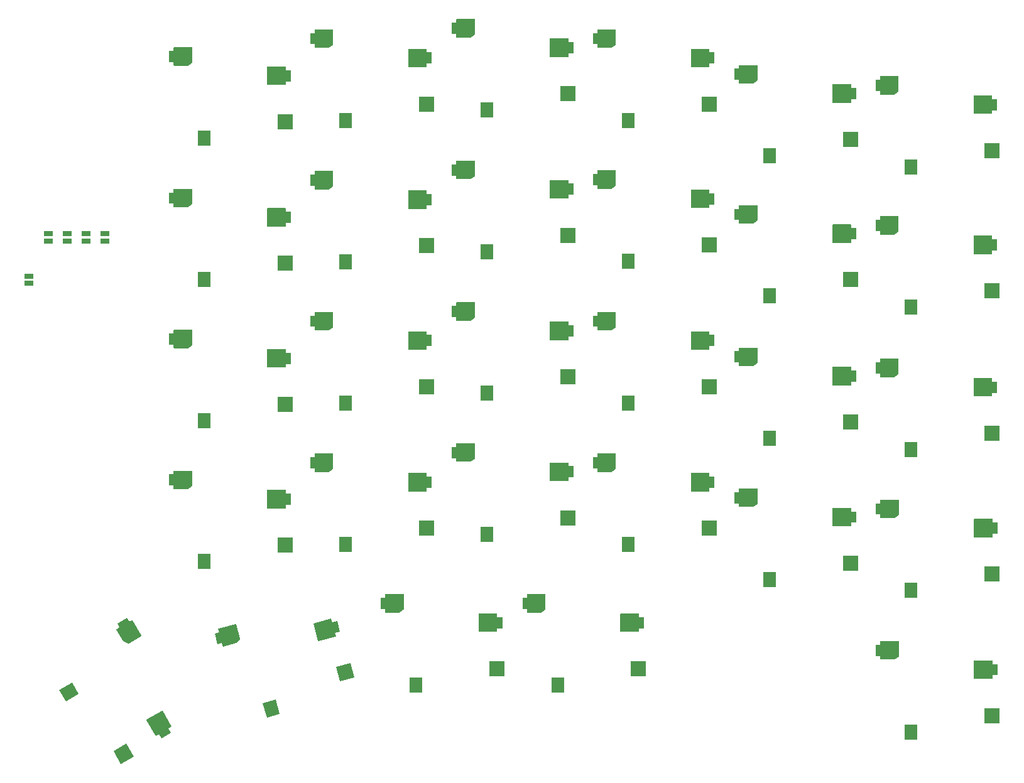
<source format=gtp>
G04 #@! TF.GenerationSoftware,KiCad,Pcbnew,(5.1.12-1-10_14)*
G04 #@! TF.CreationDate,2021-12-17T11:34:48+00:00*
G04 #@! TF.ProjectId,SofleKeyboard,536f666c-654b-4657-9962-6f6172642e6b,rev?*
G04 #@! TF.SameCoordinates,Original*
G04 #@! TF.FileFunction,Paste,Top*
G04 #@! TF.FilePolarity,Positive*
%FSLAX46Y46*%
G04 Gerber Fmt 4.6, Leading zero omitted, Abs format (unit mm)*
G04 Created by KiCad (PCBNEW (5.1.12-1-10_14)) date 2021-12-17 11:34:48*
%MOMM*%
%LPD*%
G01*
G04 APERTURE LIST*
%ADD10C,0.100000*%
%ADD11R,2.000000X2.000000*%
%ADD12R,1.800000X2.000000*%
%ADD13R,1.143000X0.635000*%
G04 APERTURE END LIST*
D10*
G36*
X192209755Y-103150961D02*
G01*
X192219134Y-103153806D01*
X192227779Y-103158427D01*
X192235355Y-103164645D01*
X192241573Y-103172221D01*
X192246194Y-103180866D01*
X192249039Y-103190245D01*
X192250000Y-103200000D01*
X192250000Y-105200000D01*
X192249039Y-105209755D01*
X192246194Y-105219134D01*
X192241573Y-105227779D01*
X192235355Y-105235355D01*
X192227735Y-105241603D01*
X191627735Y-105641603D01*
X191619086Y-105646214D01*
X191609703Y-105649049D01*
X191600000Y-105650000D01*
X189800000Y-105650000D01*
X189790245Y-105649039D01*
X189780866Y-105646194D01*
X189772221Y-105641573D01*
X189764645Y-105635355D01*
X189758427Y-105627779D01*
X189753806Y-105619134D01*
X189750961Y-105609755D01*
X189750000Y-105600000D01*
X189750000Y-105150000D01*
X189150000Y-105150000D01*
X189150000Y-103650000D01*
X189750000Y-103650000D01*
X189750000Y-103200000D01*
X189750961Y-103190245D01*
X189753806Y-103180866D01*
X189758427Y-103172221D01*
X189764645Y-103164645D01*
X189772221Y-103158427D01*
X189780866Y-103153806D01*
X189790245Y-103150961D01*
X189800000Y-103150000D01*
X192200000Y-103150000D01*
X192209755Y-103150961D01*
G37*
G36*
X204809755Y-105750961D02*
G01*
X204819134Y-105753806D01*
X204827779Y-105758427D01*
X204835355Y-105764645D01*
X204841573Y-105772221D01*
X204846194Y-105780866D01*
X204849039Y-105790245D01*
X204850000Y-105800000D01*
X204850000Y-106250000D01*
X205550000Y-106250000D01*
X205550000Y-107750000D01*
X204850000Y-107750000D01*
X204850000Y-108200000D01*
X204849039Y-108209755D01*
X204846194Y-108219134D01*
X204841573Y-108227779D01*
X204835355Y-108235355D01*
X204827779Y-108241573D01*
X204819134Y-108246194D01*
X204809755Y-108249039D01*
X204800000Y-108250000D01*
X202400000Y-108250000D01*
X202390245Y-108249039D01*
X202380866Y-108246194D01*
X202372221Y-108241573D01*
X202364645Y-108235355D01*
X202358427Y-108227779D01*
X202353806Y-108219134D01*
X202350961Y-108209755D01*
X202350000Y-108200000D01*
X202350000Y-105800000D01*
X202350961Y-105790245D01*
X202353806Y-105780866D01*
X202358427Y-105772221D01*
X202364645Y-105764645D01*
X202372221Y-105758427D01*
X202380866Y-105753806D01*
X202390245Y-105750961D01*
X202400000Y-105750000D01*
X204800000Y-105750000D01*
X204809755Y-105750961D01*
G37*
D11*
X204800000Y-113200000D03*
D12*
X193900000Y-115400000D03*
D13*
X94000000Y-74499620D03*
X94000000Y-75500380D03*
X96700000Y-68799620D03*
X96700000Y-69800380D03*
X99200000Y-68799620D03*
X99200000Y-69800380D03*
X101700000Y-68799620D03*
X101700000Y-69800380D03*
X104300000Y-68799620D03*
X104300000Y-69800380D03*
D10*
G36*
X116009755Y-43650961D02*
G01*
X116019134Y-43653806D01*
X116027779Y-43658427D01*
X116035355Y-43664645D01*
X116041573Y-43672221D01*
X116046194Y-43680866D01*
X116049039Y-43690245D01*
X116050000Y-43700000D01*
X116050000Y-45700000D01*
X116049039Y-45709755D01*
X116046194Y-45719134D01*
X116041573Y-45727779D01*
X116035355Y-45735355D01*
X116027735Y-45741603D01*
X115427735Y-46141603D01*
X115419086Y-46146214D01*
X115409703Y-46149049D01*
X115400000Y-46150000D01*
X113600000Y-46150000D01*
X113590245Y-46149039D01*
X113580866Y-46146194D01*
X113572221Y-46141573D01*
X113564645Y-46135355D01*
X113558427Y-46127779D01*
X113553806Y-46119134D01*
X113550961Y-46109755D01*
X113550000Y-46100000D01*
X113550000Y-45650000D01*
X112950000Y-45650000D01*
X112950000Y-44150000D01*
X113550000Y-44150000D01*
X113550000Y-43700000D01*
X113550961Y-43690245D01*
X113553806Y-43680866D01*
X113558427Y-43672221D01*
X113564645Y-43664645D01*
X113572221Y-43658427D01*
X113580866Y-43653806D01*
X113590245Y-43650961D01*
X113600000Y-43650000D01*
X116000000Y-43650000D01*
X116009755Y-43650961D01*
G37*
G36*
X128609755Y-46250961D02*
G01*
X128619134Y-46253806D01*
X128627779Y-46258427D01*
X128635355Y-46264645D01*
X128641573Y-46272221D01*
X128646194Y-46280866D01*
X128649039Y-46290245D01*
X128650000Y-46300000D01*
X128650000Y-46750000D01*
X129350000Y-46750000D01*
X129350000Y-48250000D01*
X128650000Y-48250000D01*
X128650000Y-48700000D01*
X128649039Y-48709755D01*
X128646194Y-48719134D01*
X128641573Y-48727779D01*
X128635355Y-48735355D01*
X128627779Y-48741573D01*
X128619134Y-48746194D01*
X128609755Y-48749039D01*
X128600000Y-48750000D01*
X126200000Y-48750000D01*
X126190245Y-48749039D01*
X126180866Y-48746194D01*
X126172221Y-48741573D01*
X126164645Y-48735355D01*
X126158427Y-48727779D01*
X126153806Y-48719134D01*
X126150961Y-48709755D01*
X126150000Y-48700000D01*
X126150000Y-46300000D01*
X126150961Y-46290245D01*
X126153806Y-46280866D01*
X126158427Y-46272221D01*
X126164645Y-46264645D01*
X126172221Y-46258427D01*
X126180866Y-46253806D01*
X126190245Y-46250961D01*
X126200000Y-46250000D01*
X128600000Y-46250000D01*
X128609755Y-46250961D01*
G37*
D11*
X128600000Y-53700000D03*
D12*
X117700000Y-55900000D03*
D10*
G36*
X135009755Y-41250961D02*
G01*
X135019134Y-41253806D01*
X135027779Y-41258427D01*
X135035355Y-41264645D01*
X135041573Y-41272221D01*
X135046194Y-41280866D01*
X135049039Y-41290245D01*
X135050000Y-41300000D01*
X135050000Y-43300000D01*
X135049039Y-43309755D01*
X135046194Y-43319134D01*
X135041573Y-43327779D01*
X135035355Y-43335355D01*
X135027735Y-43341603D01*
X134427735Y-43741603D01*
X134419086Y-43746214D01*
X134409703Y-43749049D01*
X134400000Y-43750000D01*
X132600000Y-43750000D01*
X132590245Y-43749039D01*
X132580866Y-43746194D01*
X132572221Y-43741573D01*
X132564645Y-43735355D01*
X132558427Y-43727779D01*
X132553806Y-43719134D01*
X132550961Y-43709755D01*
X132550000Y-43700000D01*
X132550000Y-43250000D01*
X131950000Y-43250000D01*
X131950000Y-41750000D01*
X132550000Y-41750000D01*
X132550000Y-41300000D01*
X132550961Y-41290245D01*
X132553806Y-41280866D01*
X132558427Y-41272221D01*
X132564645Y-41264645D01*
X132572221Y-41258427D01*
X132580866Y-41253806D01*
X132590245Y-41250961D01*
X132600000Y-41250000D01*
X135000000Y-41250000D01*
X135009755Y-41250961D01*
G37*
G36*
X147609755Y-43850961D02*
G01*
X147619134Y-43853806D01*
X147627779Y-43858427D01*
X147635355Y-43864645D01*
X147641573Y-43872221D01*
X147646194Y-43880866D01*
X147649039Y-43890245D01*
X147650000Y-43900000D01*
X147650000Y-44350000D01*
X148350000Y-44350000D01*
X148350000Y-45850000D01*
X147650000Y-45850000D01*
X147650000Y-46300000D01*
X147649039Y-46309755D01*
X147646194Y-46319134D01*
X147641573Y-46327779D01*
X147635355Y-46335355D01*
X147627779Y-46341573D01*
X147619134Y-46346194D01*
X147609755Y-46349039D01*
X147600000Y-46350000D01*
X145200000Y-46350000D01*
X145190245Y-46349039D01*
X145180866Y-46346194D01*
X145172221Y-46341573D01*
X145164645Y-46335355D01*
X145158427Y-46327779D01*
X145153806Y-46319134D01*
X145150961Y-46309755D01*
X145150000Y-46300000D01*
X145150000Y-43900000D01*
X145150961Y-43890245D01*
X145153806Y-43880866D01*
X145158427Y-43872221D01*
X145164645Y-43864645D01*
X145172221Y-43858427D01*
X145180866Y-43853806D01*
X145190245Y-43850961D01*
X145200000Y-43850000D01*
X147600000Y-43850000D01*
X147609755Y-43850961D01*
G37*
D11*
X147600000Y-51300000D03*
D12*
X136700000Y-53500000D03*
D10*
G36*
X154109755Y-39860961D02*
G01*
X154119134Y-39863806D01*
X154127779Y-39868427D01*
X154135355Y-39874645D01*
X154141573Y-39882221D01*
X154146194Y-39890866D01*
X154149039Y-39900245D01*
X154150000Y-39910000D01*
X154150000Y-41910000D01*
X154149039Y-41919755D01*
X154146194Y-41929134D01*
X154141573Y-41937779D01*
X154135355Y-41945355D01*
X154127735Y-41951603D01*
X153527735Y-42351603D01*
X153519086Y-42356214D01*
X153509703Y-42359049D01*
X153500000Y-42360000D01*
X151700000Y-42360000D01*
X151690245Y-42359039D01*
X151680866Y-42356194D01*
X151672221Y-42351573D01*
X151664645Y-42345355D01*
X151658427Y-42337779D01*
X151653806Y-42329134D01*
X151650961Y-42319755D01*
X151650000Y-42310000D01*
X151650000Y-41860000D01*
X151050000Y-41860000D01*
X151050000Y-40360000D01*
X151650000Y-40360000D01*
X151650000Y-39910000D01*
X151650961Y-39900245D01*
X151653806Y-39890866D01*
X151658427Y-39882221D01*
X151664645Y-39874645D01*
X151672221Y-39868427D01*
X151680866Y-39863806D01*
X151690245Y-39860961D01*
X151700000Y-39860000D01*
X154100000Y-39860000D01*
X154109755Y-39860961D01*
G37*
G36*
X166709755Y-42460961D02*
G01*
X166719134Y-42463806D01*
X166727779Y-42468427D01*
X166735355Y-42474645D01*
X166741573Y-42482221D01*
X166746194Y-42490866D01*
X166749039Y-42500245D01*
X166750000Y-42510000D01*
X166750000Y-42960000D01*
X167450000Y-42960000D01*
X167450000Y-44460000D01*
X166750000Y-44460000D01*
X166750000Y-44910000D01*
X166749039Y-44919755D01*
X166746194Y-44929134D01*
X166741573Y-44937779D01*
X166735355Y-44945355D01*
X166727779Y-44951573D01*
X166719134Y-44956194D01*
X166709755Y-44959039D01*
X166700000Y-44960000D01*
X164300000Y-44960000D01*
X164290245Y-44959039D01*
X164280866Y-44956194D01*
X164272221Y-44951573D01*
X164264645Y-44945355D01*
X164258427Y-44937779D01*
X164253806Y-44929134D01*
X164250961Y-44919755D01*
X164250000Y-44910000D01*
X164250000Y-42510000D01*
X164250961Y-42500245D01*
X164253806Y-42490866D01*
X164258427Y-42482221D01*
X164264645Y-42474645D01*
X164272221Y-42468427D01*
X164280866Y-42463806D01*
X164290245Y-42460961D01*
X164300000Y-42460000D01*
X166700000Y-42460000D01*
X166709755Y-42460961D01*
G37*
D11*
X166700000Y-49910000D03*
D12*
X155800000Y-52110000D03*
D10*
G36*
X173109755Y-41250961D02*
G01*
X173119134Y-41253806D01*
X173127779Y-41258427D01*
X173135355Y-41264645D01*
X173141573Y-41272221D01*
X173146194Y-41280866D01*
X173149039Y-41290245D01*
X173150000Y-41300000D01*
X173150000Y-43300000D01*
X173149039Y-43309755D01*
X173146194Y-43319134D01*
X173141573Y-43327779D01*
X173135355Y-43335355D01*
X173127735Y-43341603D01*
X172527735Y-43741603D01*
X172519086Y-43746214D01*
X172509703Y-43749049D01*
X172500000Y-43750000D01*
X170700000Y-43750000D01*
X170690245Y-43749039D01*
X170680866Y-43746194D01*
X170672221Y-43741573D01*
X170664645Y-43735355D01*
X170658427Y-43727779D01*
X170653806Y-43719134D01*
X170650961Y-43709755D01*
X170650000Y-43700000D01*
X170650000Y-43250000D01*
X170050000Y-43250000D01*
X170050000Y-41750000D01*
X170650000Y-41750000D01*
X170650000Y-41300000D01*
X170650961Y-41290245D01*
X170653806Y-41280866D01*
X170658427Y-41272221D01*
X170664645Y-41264645D01*
X170672221Y-41258427D01*
X170680866Y-41253806D01*
X170690245Y-41250961D01*
X170700000Y-41250000D01*
X173100000Y-41250000D01*
X173109755Y-41250961D01*
G37*
G36*
X185709755Y-43850961D02*
G01*
X185719134Y-43853806D01*
X185727779Y-43858427D01*
X185735355Y-43864645D01*
X185741573Y-43872221D01*
X185746194Y-43880866D01*
X185749039Y-43890245D01*
X185750000Y-43900000D01*
X185750000Y-44350000D01*
X186450000Y-44350000D01*
X186450000Y-45850000D01*
X185750000Y-45850000D01*
X185750000Y-46300000D01*
X185749039Y-46309755D01*
X185746194Y-46319134D01*
X185741573Y-46327779D01*
X185735355Y-46335355D01*
X185727779Y-46341573D01*
X185719134Y-46346194D01*
X185709755Y-46349039D01*
X185700000Y-46350000D01*
X183300000Y-46350000D01*
X183290245Y-46349039D01*
X183280866Y-46346194D01*
X183272221Y-46341573D01*
X183264645Y-46335355D01*
X183258427Y-46327779D01*
X183253806Y-46319134D01*
X183250961Y-46309755D01*
X183250000Y-46300000D01*
X183250000Y-43900000D01*
X183250961Y-43890245D01*
X183253806Y-43880866D01*
X183258427Y-43872221D01*
X183264645Y-43864645D01*
X183272221Y-43858427D01*
X183280866Y-43853806D01*
X183290245Y-43850961D01*
X183300000Y-43850000D01*
X185700000Y-43850000D01*
X185709755Y-43850961D01*
G37*
D11*
X185700000Y-51300000D03*
D12*
X174800000Y-53500000D03*
D10*
G36*
X192209755Y-46050961D02*
G01*
X192219134Y-46053806D01*
X192227779Y-46058427D01*
X192235355Y-46064645D01*
X192241573Y-46072221D01*
X192246194Y-46080866D01*
X192249039Y-46090245D01*
X192250000Y-46100000D01*
X192250000Y-48100000D01*
X192249039Y-48109755D01*
X192246194Y-48119134D01*
X192241573Y-48127779D01*
X192235355Y-48135355D01*
X192227735Y-48141603D01*
X191627735Y-48541603D01*
X191619086Y-48546214D01*
X191609703Y-48549049D01*
X191600000Y-48550000D01*
X189800000Y-48550000D01*
X189790245Y-48549039D01*
X189780866Y-48546194D01*
X189772221Y-48541573D01*
X189764645Y-48535355D01*
X189758427Y-48527779D01*
X189753806Y-48519134D01*
X189750961Y-48509755D01*
X189750000Y-48500000D01*
X189750000Y-48050000D01*
X189150000Y-48050000D01*
X189150000Y-46550000D01*
X189750000Y-46550000D01*
X189750000Y-46100000D01*
X189750961Y-46090245D01*
X189753806Y-46080866D01*
X189758427Y-46072221D01*
X189764645Y-46064645D01*
X189772221Y-46058427D01*
X189780866Y-46053806D01*
X189790245Y-46050961D01*
X189800000Y-46050000D01*
X192200000Y-46050000D01*
X192209755Y-46050961D01*
G37*
G36*
X204809755Y-48650961D02*
G01*
X204819134Y-48653806D01*
X204827779Y-48658427D01*
X204835355Y-48664645D01*
X204841573Y-48672221D01*
X204846194Y-48680866D01*
X204849039Y-48690245D01*
X204850000Y-48700000D01*
X204850000Y-49150000D01*
X205550000Y-49150000D01*
X205550000Y-50650000D01*
X204850000Y-50650000D01*
X204850000Y-51100000D01*
X204849039Y-51109755D01*
X204846194Y-51119134D01*
X204841573Y-51127779D01*
X204835355Y-51135355D01*
X204827779Y-51141573D01*
X204819134Y-51146194D01*
X204809755Y-51149039D01*
X204800000Y-51150000D01*
X202400000Y-51150000D01*
X202390245Y-51149039D01*
X202380866Y-51146194D01*
X202372221Y-51141573D01*
X202364645Y-51135355D01*
X202358427Y-51127779D01*
X202353806Y-51119134D01*
X202350961Y-51109755D01*
X202350000Y-51100000D01*
X202350000Y-48700000D01*
X202350961Y-48690245D01*
X202353806Y-48680866D01*
X202358427Y-48672221D01*
X202364645Y-48664645D01*
X202372221Y-48658427D01*
X202380866Y-48653806D01*
X202390245Y-48650961D01*
X202400000Y-48650000D01*
X204800000Y-48650000D01*
X204809755Y-48650961D01*
G37*
D11*
X204800000Y-56100000D03*
D12*
X193900000Y-58300000D03*
D10*
G36*
X211209755Y-47550961D02*
G01*
X211219134Y-47553806D01*
X211227779Y-47558427D01*
X211235355Y-47564645D01*
X211241573Y-47572221D01*
X211246194Y-47580866D01*
X211249039Y-47590245D01*
X211250000Y-47600000D01*
X211250000Y-49600000D01*
X211249039Y-49609755D01*
X211246194Y-49619134D01*
X211241573Y-49627779D01*
X211235355Y-49635355D01*
X211227735Y-49641603D01*
X210627735Y-50041603D01*
X210619086Y-50046214D01*
X210609703Y-50049049D01*
X210600000Y-50050000D01*
X208800000Y-50050000D01*
X208790245Y-50049039D01*
X208780866Y-50046194D01*
X208772221Y-50041573D01*
X208764645Y-50035355D01*
X208758427Y-50027779D01*
X208753806Y-50019134D01*
X208750961Y-50009755D01*
X208750000Y-50000000D01*
X208750000Y-49550000D01*
X208150000Y-49550000D01*
X208150000Y-48050000D01*
X208750000Y-48050000D01*
X208750000Y-47600000D01*
X208750961Y-47590245D01*
X208753806Y-47580866D01*
X208758427Y-47572221D01*
X208764645Y-47564645D01*
X208772221Y-47558427D01*
X208780866Y-47553806D01*
X208790245Y-47550961D01*
X208800000Y-47550000D01*
X211200000Y-47550000D01*
X211209755Y-47550961D01*
G37*
G36*
X223809755Y-50150961D02*
G01*
X223819134Y-50153806D01*
X223827779Y-50158427D01*
X223835355Y-50164645D01*
X223841573Y-50172221D01*
X223846194Y-50180866D01*
X223849039Y-50190245D01*
X223850000Y-50200000D01*
X223850000Y-50650000D01*
X224550000Y-50650000D01*
X224550000Y-52150000D01*
X223850000Y-52150000D01*
X223850000Y-52600000D01*
X223849039Y-52609755D01*
X223846194Y-52619134D01*
X223841573Y-52627779D01*
X223835355Y-52635355D01*
X223827779Y-52641573D01*
X223819134Y-52646194D01*
X223809755Y-52649039D01*
X223800000Y-52650000D01*
X221400000Y-52650000D01*
X221390245Y-52649039D01*
X221380866Y-52646194D01*
X221372221Y-52641573D01*
X221364645Y-52635355D01*
X221358427Y-52627779D01*
X221353806Y-52619134D01*
X221350961Y-52609755D01*
X221350000Y-52600000D01*
X221350000Y-50200000D01*
X221350961Y-50190245D01*
X221353806Y-50180866D01*
X221358427Y-50172221D01*
X221364645Y-50164645D01*
X221372221Y-50158427D01*
X221380866Y-50153806D01*
X221390245Y-50150961D01*
X221400000Y-50150000D01*
X223800000Y-50150000D01*
X223809755Y-50150961D01*
G37*
D11*
X223800000Y-57600000D03*
D12*
X212900000Y-59800000D03*
D10*
G36*
X116009755Y-62750961D02*
G01*
X116019134Y-62753806D01*
X116027779Y-62758427D01*
X116035355Y-62764645D01*
X116041573Y-62772221D01*
X116046194Y-62780866D01*
X116049039Y-62790245D01*
X116050000Y-62800000D01*
X116050000Y-64800000D01*
X116049039Y-64809755D01*
X116046194Y-64819134D01*
X116041573Y-64827779D01*
X116035355Y-64835355D01*
X116027735Y-64841603D01*
X115427735Y-65241603D01*
X115419086Y-65246214D01*
X115409703Y-65249049D01*
X115400000Y-65250000D01*
X113600000Y-65250000D01*
X113590245Y-65249039D01*
X113580866Y-65246194D01*
X113572221Y-65241573D01*
X113564645Y-65235355D01*
X113558427Y-65227779D01*
X113553806Y-65219134D01*
X113550961Y-65209755D01*
X113550000Y-65200000D01*
X113550000Y-64750000D01*
X112950000Y-64750000D01*
X112950000Y-63250000D01*
X113550000Y-63250000D01*
X113550000Y-62800000D01*
X113550961Y-62790245D01*
X113553806Y-62780866D01*
X113558427Y-62772221D01*
X113564645Y-62764645D01*
X113572221Y-62758427D01*
X113580866Y-62753806D01*
X113590245Y-62750961D01*
X113600000Y-62750000D01*
X116000000Y-62750000D01*
X116009755Y-62750961D01*
G37*
G36*
X128609755Y-65350961D02*
G01*
X128619134Y-65353806D01*
X128627779Y-65358427D01*
X128635355Y-65364645D01*
X128641573Y-65372221D01*
X128646194Y-65380866D01*
X128649039Y-65390245D01*
X128650000Y-65400000D01*
X128650000Y-65850000D01*
X129350000Y-65850000D01*
X129350000Y-67350000D01*
X128650000Y-67350000D01*
X128650000Y-67800000D01*
X128649039Y-67809755D01*
X128646194Y-67819134D01*
X128641573Y-67827779D01*
X128635355Y-67835355D01*
X128627779Y-67841573D01*
X128619134Y-67846194D01*
X128609755Y-67849039D01*
X128600000Y-67850000D01*
X126200000Y-67850000D01*
X126190245Y-67849039D01*
X126180866Y-67846194D01*
X126172221Y-67841573D01*
X126164645Y-67835355D01*
X126158427Y-67827779D01*
X126153806Y-67819134D01*
X126150961Y-67809755D01*
X126150000Y-67800000D01*
X126150000Y-65400000D01*
X126150961Y-65390245D01*
X126153806Y-65380866D01*
X126158427Y-65372221D01*
X126164645Y-65364645D01*
X126172221Y-65358427D01*
X126180866Y-65353806D01*
X126190245Y-65350961D01*
X126200000Y-65350000D01*
X128600000Y-65350000D01*
X128609755Y-65350961D01*
G37*
D11*
X128600000Y-72800000D03*
D12*
X117700000Y-75000000D03*
D10*
G36*
X135009755Y-60350961D02*
G01*
X135019134Y-60353806D01*
X135027779Y-60358427D01*
X135035355Y-60364645D01*
X135041573Y-60372221D01*
X135046194Y-60380866D01*
X135049039Y-60390245D01*
X135050000Y-60400000D01*
X135050000Y-62400000D01*
X135049039Y-62409755D01*
X135046194Y-62419134D01*
X135041573Y-62427779D01*
X135035355Y-62435355D01*
X135027735Y-62441603D01*
X134427735Y-62841603D01*
X134419086Y-62846214D01*
X134409703Y-62849049D01*
X134400000Y-62850000D01*
X132600000Y-62850000D01*
X132590245Y-62849039D01*
X132580866Y-62846194D01*
X132572221Y-62841573D01*
X132564645Y-62835355D01*
X132558427Y-62827779D01*
X132553806Y-62819134D01*
X132550961Y-62809755D01*
X132550000Y-62800000D01*
X132550000Y-62350000D01*
X131950000Y-62350000D01*
X131950000Y-60850000D01*
X132550000Y-60850000D01*
X132550000Y-60400000D01*
X132550961Y-60390245D01*
X132553806Y-60380866D01*
X132558427Y-60372221D01*
X132564645Y-60364645D01*
X132572221Y-60358427D01*
X132580866Y-60353806D01*
X132590245Y-60350961D01*
X132600000Y-60350000D01*
X135000000Y-60350000D01*
X135009755Y-60350961D01*
G37*
G36*
X147609755Y-62950961D02*
G01*
X147619134Y-62953806D01*
X147627779Y-62958427D01*
X147635355Y-62964645D01*
X147641573Y-62972221D01*
X147646194Y-62980866D01*
X147649039Y-62990245D01*
X147650000Y-63000000D01*
X147650000Y-63450000D01*
X148350000Y-63450000D01*
X148350000Y-64950000D01*
X147650000Y-64950000D01*
X147650000Y-65400000D01*
X147649039Y-65409755D01*
X147646194Y-65419134D01*
X147641573Y-65427779D01*
X147635355Y-65435355D01*
X147627779Y-65441573D01*
X147619134Y-65446194D01*
X147609755Y-65449039D01*
X147600000Y-65450000D01*
X145200000Y-65450000D01*
X145190245Y-65449039D01*
X145180866Y-65446194D01*
X145172221Y-65441573D01*
X145164645Y-65435355D01*
X145158427Y-65427779D01*
X145153806Y-65419134D01*
X145150961Y-65409755D01*
X145150000Y-65400000D01*
X145150000Y-63000000D01*
X145150961Y-62990245D01*
X145153806Y-62980866D01*
X145158427Y-62972221D01*
X145164645Y-62964645D01*
X145172221Y-62958427D01*
X145180866Y-62953806D01*
X145190245Y-62950961D01*
X145200000Y-62950000D01*
X147600000Y-62950000D01*
X147609755Y-62950961D01*
G37*
D11*
X147600000Y-70400000D03*
D12*
X136700000Y-72600000D03*
D10*
G36*
X154109755Y-58950961D02*
G01*
X154119134Y-58953806D01*
X154127779Y-58958427D01*
X154135355Y-58964645D01*
X154141573Y-58972221D01*
X154146194Y-58980866D01*
X154149039Y-58990245D01*
X154150000Y-59000000D01*
X154150000Y-61000000D01*
X154149039Y-61009755D01*
X154146194Y-61019134D01*
X154141573Y-61027779D01*
X154135355Y-61035355D01*
X154127735Y-61041603D01*
X153527735Y-61441603D01*
X153519086Y-61446214D01*
X153509703Y-61449049D01*
X153500000Y-61450000D01*
X151700000Y-61450000D01*
X151690245Y-61449039D01*
X151680866Y-61446194D01*
X151672221Y-61441573D01*
X151664645Y-61435355D01*
X151658427Y-61427779D01*
X151653806Y-61419134D01*
X151650961Y-61409755D01*
X151650000Y-61400000D01*
X151650000Y-60950000D01*
X151050000Y-60950000D01*
X151050000Y-59450000D01*
X151650000Y-59450000D01*
X151650000Y-59000000D01*
X151650961Y-58990245D01*
X151653806Y-58980866D01*
X151658427Y-58972221D01*
X151664645Y-58964645D01*
X151672221Y-58958427D01*
X151680866Y-58953806D01*
X151690245Y-58950961D01*
X151700000Y-58950000D01*
X154100000Y-58950000D01*
X154109755Y-58950961D01*
G37*
G36*
X166709755Y-61550961D02*
G01*
X166719134Y-61553806D01*
X166727779Y-61558427D01*
X166735355Y-61564645D01*
X166741573Y-61572221D01*
X166746194Y-61580866D01*
X166749039Y-61590245D01*
X166750000Y-61600000D01*
X166750000Y-62050000D01*
X167450000Y-62050000D01*
X167450000Y-63550000D01*
X166750000Y-63550000D01*
X166750000Y-64000000D01*
X166749039Y-64009755D01*
X166746194Y-64019134D01*
X166741573Y-64027779D01*
X166735355Y-64035355D01*
X166727779Y-64041573D01*
X166719134Y-64046194D01*
X166709755Y-64049039D01*
X166700000Y-64050000D01*
X164300000Y-64050000D01*
X164290245Y-64049039D01*
X164280866Y-64046194D01*
X164272221Y-64041573D01*
X164264645Y-64035355D01*
X164258427Y-64027779D01*
X164253806Y-64019134D01*
X164250961Y-64009755D01*
X164250000Y-64000000D01*
X164250000Y-61600000D01*
X164250961Y-61590245D01*
X164253806Y-61580866D01*
X164258427Y-61572221D01*
X164264645Y-61564645D01*
X164272221Y-61558427D01*
X164280866Y-61553806D01*
X164290245Y-61550961D01*
X164300000Y-61550000D01*
X166700000Y-61550000D01*
X166709755Y-61550961D01*
G37*
D11*
X166700000Y-69000000D03*
D12*
X155800000Y-71200000D03*
D10*
G36*
X173109755Y-60250961D02*
G01*
X173119134Y-60253806D01*
X173127779Y-60258427D01*
X173135355Y-60264645D01*
X173141573Y-60272221D01*
X173146194Y-60280866D01*
X173149039Y-60290245D01*
X173150000Y-60300000D01*
X173150000Y-62300000D01*
X173149039Y-62309755D01*
X173146194Y-62319134D01*
X173141573Y-62327779D01*
X173135355Y-62335355D01*
X173127735Y-62341603D01*
X172527735Y-62741603D01*
X172519086Y-62746214D01*
X172509703Y-62749049D01*
X172500000Y-62750000D01*
X170700000Y-62750000D01*
X170690245Y-62749039D01*
X170680866Y-62746194D01*
X170672221Y-62741573D01*
X170664645Y-62735355D01*
X170658427Y-62727779D01*
X170653806Y-62719134D01*
X170650961Y-62709755D01*
X170650000Y-62700000D01*
X170650000Y-62250000D01*
X170050000Y-62250000D01*
X170050000Y-60750000D01*
X170650000Y-60750000D01*
X170650000Y-60300000D01*
X170650961Y-60290245D01*
X170653806Y-60280866D01*
X170658427Y-60272221D01*
X170664645Y-60264645D01*
X170672221Y-60258427D01*
X170680866Y-60253806D01*
X170690245Y-60250961D01*
X170700000Y-60250000D01*
X173100000Y-60250000D01*
X173109755Y-60250961D01*
G37*
G36*
X185709755Y-62850961D02*
G01*
X185719134Y-62853806D01*
X185727779Y-62858427D01*
X185735355Y-62864645D01*
X185741573Y-62872221D01*
X185746194Y-62880866D01*
X185749039Y-62890245D01*
X185750000Y-62900000D01*
X185750000Y-63350000D01*
X186450000Y-63350000D01*
X186450000Y-64850000D01*
X185750000Y-64850000D01*
X185750000Y-65300000D01*
X185749039Y-65309755D01*
X185746194Y-65319134D01*
X185741573Y-65327779D01*
X185735355Y-65335355D01*
X185727779Y-65341573D01*
X185719134Y-65346194D01*
X185709755Y-65349039D01*
X185700000Y-65350000D01*
X183300000Y-65350000D01*
X183290245Y-65349039D01*
X183280866Y-65346194D01*
X183272221Y-65341573D01*
X183264645Y-65335355D01*
X183258427Y-65327779D01*
X183253806Y-65319134D01*
X183250961Y-65309755D01*
X183250000Y-65300000D01*
X183250000Y-62900000D01*
X183250961Y-62890245D01*
X183253806Y-62880866D01*
X183258427Y-62872221D01*
X183264645Y-62864645D01*
X183272221Y-62858427D01*
X183280866Y-62853806D01*
X183290245Y-62850961D01*
X183300000Y-62850000D01*
X185700000Y-62850000D01*
X185709755Y-62850961D01*
G37*
D11*
X185700000Y-70300000D03*
D12*
X174800000Y-72500000D03*
D10*
G36*
X192209755Y-64950961D02*
G01*
X192219134Y-64953806D01*
X192227779Y-64958427D01*
X192235355Y-64964645D01*
X192241573Y-64972221D01*
X192246194Y-64980866D01*
X192249039Y-64990245D01*
X192250000Y-65000000D01*
X192250000Y-67000000D01*
X192249039Y-67009755D01*
X192246194Y-67019134D01*
X192241573Y-67027779D01*
X192235355Y-67035355D01*
X192227735Y-67041603D01*
X191627735Y-67441603D01*
X191619086Y-67446214D01*
X191609703Y-67449049D01*
X191600000Y-67450000D01*
X189800000Y-67450000D01*
X189790245Y-67449039D01*
X189780866Y-67446194D01*
X189772221Y-67441573D01*
X189764645Y-67435355D01*
X189758427Y-67427779D01*
X189753806Y-67419134D01*
X189750961Y-67409755D01*
X189750000Y-67400000D01*
X189750000Y-66950000D01*
X189150000Y-66950000D01*
X189150000Y-65450000D01*
X189750000Y-65450000D01*
X189750000Y-65000000D01*
X189750961Y-64990245D01*
X189753806Y-64980866D01*
X189758427Y-64972221D01*
X189764645Y-64964645D01*
X189772221Y-64958427D01*
X189780866Y-64953806D01*
X189790245Y-64950961D01*
X189800000Y-64950000D01*
X192200000Y-64950000D01*
X192209755Y-64950961D01*
G37*
G36*
X204809755Y-67550961D02*
G01*
X204819134Y-67553806D01*
X204827779Y-67558427D01*
X204835355Y-67564645D01*
X204841573Y-67572221D01*
X204846194Y-67580866D01*
X204849039Y-67590245D01*
X204850000Y-67600000D01*
X204850000Y-68050000D01*
X205550000Y-68050000D01*
X205550000Y-69550000D01*
X204850000Y-69550000D01*
X204850000Y-70000000D01*
X204849039Y-70009755D01*
X204846194Y-70019134D01*
X204841573Y-70027779D01*
X204835355Y-70035355D01*
X204827779Y-70041573D01*
X204819134Y-70046194D01*
X204809755Y-70049039D01*
X204800000Y-70050000D01*
X202400000Y-70050000D01*
X202390245Y-70049039D01*
X202380866Y-70046194D01*
X202372221Y-70041573D01*
X202364645Y-70035355D01*
X202358427Y-70027779D01*
X202353806Y-70019134D01*
X202350961Y-70009755D01*
X202350000Y-70000000D01*
X202350000Y-67600000D01*
X202350961Y-67590245D01*
X202353806Y-67580866D01*
X202358427Y-67572221D01*
X202364645Y-67564645D01*
X202372221Y-67558427D01*
X202380866Y-67553806D01*
X202390245Y-67550961D01*
X202400000Y-67550000D01*
X204800000Y-67550000D01*
X204809755Y-67550961D01*
G37*
D11*
X204800000Y-75000000D03*
D12*
X193900000Y-77200000D03*
D10*
G36*
X211209755Y-66450961D02*
G01*
X211219134Y-66453806D01*
X211227779Y-66458427D01*
X211235355Y-66464645D01*
X211241573Y-66472221D01*
X211246194Y-66480866D01*
X211249039Y-66490245D01*
X211250000Y-66500000D01*
X211250000Y-68500000D01*
X211249039Y-68509755D01*
X211246194Y-68519134D01*
X211241573Y-68527779D01*
X211235355Y-68535355D01*
X211227735Y-68541603D01*
X210627735Y-68941603D01*
X210619086Y-68946214D01*
X210609703Y-68949049D01*
X210600000Y-68950000D01*
X208800000Y-68950000D01*
X208790245Y-68949039D01*
X208780866Y-68946194D01*
X208772221Y-68941573D01*
X208764645Y-68935355D01*
X208758427Y-68927779D01*
X208753806Y-68919134D01*
X208750961Y-68909755D01*
X208750000Y-68900000D01*
X208750000Y-68450000D01*
X208150000Y-68450000D01*
X208150000Y-66950000D01*
X208750000Y-66950000D01*
X208750000Y-66500000D01*
X208750961Y-66490245D01*
X208753806Y-66480866D01*
X208758427Y-66472221D01*
X208764645Y-66464645D01*
X208772221Y-66458427D01*
X208780866Y-66453806D01*
X208790245Y-66450961D01*
X208800000Y-66450000D01*
X211200000Y-66450000D01*
X211209755Y-66450961D01*
G37*
G36*
X223809755Y-69050961D02*
G01*
X223819134Y-69053806D01*
X223827779Y-69058427D01*
X223835355Y-69064645D01*
X223841573Y-69072221D01*
X223846194Y-69080866D01*
X223849039Y-69090245D01*
X223850000Y-69100000D01*
X223850000Y-69550000D01*
X224550000Y-69550000D01*
X224550000Y-71050000D01*
X223850000Y-71050000D01*
X223850000Y-71500000D01*
X223849039Y-71509755D01*
X223846194Y-71519134D01*
X223841573Y-71527779D01*
X223835355Y-71535355D01*
X223827779Y-71541573D01*
X223819134Y-71546194D01*
X223809755Y-71549039D01*
X223800000Y-71550000D01*
X221400000Y-71550000D01*
X221390245Y-71549039D01*
X221380866Y-71546194D01*
X221372221Y-71541573D01*
X221364645Y-71535355D01*
X221358427Y-71527779D01*
X221353806Y-71519134D01*
X221350961Y-71509755D01*
X221350000Y-71500000D01*
X221350000Y-69100000D01*
X221350961Y-69090245D01*
X221353806Y-69080866D01*
X221358427Y-69072221D01*
X221364645Y-69064645D01*
X221372221Y-69058427D01*
X221380866Y-69053806D01*
X221390245Y-69050961D01*
X221400000Y-69050000D01*
X223800000Y-69050000D01*
X223809755Y-69050961D01*
G37*
D11*
X223800000Y-76500000D03*
D12*
X212900000Y-78700000D03*
D10*
G36*
X116009755Y-81750961D02*
G01*
X116019134Y-81753806D01*
X116027779Y-81758427D01*
X116035355Y-81764645D01*
X116041573Y-81772221D01*
X116046194Y-81780866D01*
X116049039Y-81790245D01*
X116050000Y-81800000D01*
X116050000Y-83800000D01*
X116049039Y-83809755D01*
X116046194Y-83819134D01*
X116041573Y-83827779D01*
X116035355Y-83835355D01*
X116027735Y-83841603D01*
X115427735Y-84241603D01*
X115419086Y-84246214D01*
X115409703Y-84249049D01*
X115400000Y-84250000D01*
X113600000Y-84250000D01*
X113590245Y-84249039D01*
X113580866Y-84246194D01*
X113572221Y-84241573D01*
X113564645Y-84235355D01*
X113558427Y-84227779D01*
X113553806Y-84219134D01*
X113550961Y-84209755D01*
X113550000Y-84200000D01*
X113550000Y-83750000D01*
X112950000Y-83750000D01*
X112950000Y-82250000D01*
X113550000Y-82250000D01*
X113550000Y-81800000D01*
X113550961Y-81790245D01*
X113553806Y-81780866D01*
X113558427Y-81772221D01*
X113564645Y-81764645D01*
X113572221Y-81758427D01*
X113580866Y-81753806D01*
X113590245Y-81750961D01*
X113600000Y-81750000D01*
X116000000Y-81750000D01*
X116009755Y-81750961D01*
G37*
G36*
X128609755Y-84350961D02*
G01*
X128619134Y-84353806D01*
X128627779Y-84358427D01*
X128635355Y-84364645D01*
X128641573Y-84372221D01*
X128646194Y-84380866D01*
X128649039Y-84390245D01*
X128650000Y-84400000D01*
X128650000Y-84850000D01*
X129350000Y-84850000D01*
X129350000Y-86350000D01*
X128650000Y-86350000D01*
X128650000Y-86800000D01*
X128649039Y-86809755D01*
X128646194Y-86819134D01*
X128641573Y-86827779D01*
X128635355Y-86835355D01*
X128627779Y-86841573D01*
X128619134Y-86846194D01*
X128609755Y-86849039D01*
X128600000Y-86850000D01*
X126200000Y-86850000D01*
X126190245Y-86849039D01*
X126180866Y-86846194D01*
X126172221Y-86841573D01*
X126164645Y-86835355D01*
X126158427Y-86827779D01*
X126153806Y-86819134D01*
X126150961Y-86809755D01*
X126150000Y-86800000D01*
X126150000Y-84400000D01*
X126150961Y-84390245D01*
X126153806Y-84380866D01*
X126158427Y-84372221D01*
X126164645Y-84364645D01*
X126172221Y-84358427D01*
X126180866Y-84353806D01*
X126190245Y-84350961D01*
X126200000Y-84350000D01*
X128600000Y-84350000D01*
X128609755Y-84350961D01*
G37*
D11*
X128600000Y-91800000D03*
D12*
X117700000Y-94000000D03*
D10*
G36*
X135009755Y-79350961D02*
G01*
X135019134Y-79353806D01*
X135027779Y-79358427D01*
X135035355Y-79364645D01*
X135041573Y-79372221D01*
X135046194Y-79380866D01*
X135049039Y-79390245D01*
X135050000Y-79400000D01*
X135050000Y-81400000D01*
X135049039Y-81409755D01*
X135046194Y-81419134D01*
X135041573Y-81427779D01*
X135035355Y-81435355D01*
X135027735Y-81441603D01*
X134427735Y-81841603D01*
X134419086Y-81846214D01*
X134409703Y-81849049D01*
X134400000Y-81850000D01*
X132600000Y-81850000D01*
X132590245Y-81849039D01*
X132580866Y-81846194D01*
X132572221Y-81841573D01*
X132564645Y-81835355D01*
X132558427Y-81827779D01*
X132553806Y-81819134D01*
X132550961Y-81809755D01*
X132550000Y-81800000D01*
X132550000Y-81350000D01*
X131950000Y-81350000D01*
X131950000Y-79850000D01*
X132550000Y-79850000D01*
X132550000Y-79400000D01*
X132550961Y-79390245D01*
X132553806Y-79380866D01*
X132558427Y-79372221D01*
X132564645Y-79364645D01*
X132572221Y-79358427D01*
X132580866Y-79353806D01*
X132590245Y-79350961D01*
X132600000Y-79350000D01*
X135000000Y-79350000D01*
X135009755Y-79350961D01*
G37*
G36*
X147609755Y-81950961D02*
G01*
X147619134Y-81953806D01*
X147627779Y-81958427D01*
X147635355Y-81964645D01*
X147641573Y-81972221D01*
X147646194Y-81980866D01*
X147649039Y-81990245D01*
X147650000Y-82000000D01*
X147650000Y-82450000D01*
X148350000Y-82450000D01*
X148350000Y-83950000D01*
X147650000Y-83950000D01*
X147650000Y-84400000D01*
X147649039Y-84409755D01*
X147646194Y-84419134D01*
X147641573Y-84427779D01*
X147635355Y-84435355D01*
X147627779Y-84441573D01*
X147619134Y-84446194D01*
X147609755Y-84449039D01*
X147600000Y-84450000D01*
X145200000Y-84450000D01*
X145190245Y-84449039D01*
X145180866Y-84446194D01*
X145172221Y-84441573D01*
X145164645Y-84435355D01*
X145158427Y-84427779D01*
X145153806Y-84419134D01*
X145150961Y-84409755D01*
X145150000Y-84400000D01*
X145150000Y-82000000D01*
X145150961Y-81990245D01*
X145153806Y-81980866D01*
X145158427Y-81972221D01*
X145164645Y-81964645D01*
X145172221Y-81958427D01*
X145180866Y-81953806D01*
X145190245Y-81950961D01*
X145200000Y-81950000D01*
X147600000Y-81950000D01*
X147609755Y-81950961D01*
G37*
D11*
X147600000Y-89400000D03*
D12*
X136700000Y-91600000D03*
D10*
G36*
X154109755Y-78050961D02*
G01*
X154119134Y-78053806D01*
X154127779Y-78058427D01*
X154135355Y-78064645D01*
X154141573Y-78072221D01*
X154146194Y-78080866D01*
X154149039Y-78090245D01*
X154150000Y-78100000D01*
X154150000Y-80100000D01*
X154149039Y-80109755D01*
X154146194Y-80119134D01*
X154141573Y-80127779D01*
X154135355Y-80135355D01*
X154127735Y-80141603D01*
X153527735Y-80541603D01*
X153519086Y-80546214D01*
X153509703Y-80549049D01*
X153500000Y-80550000D01*
X151700000Y-80550000D01*
X151690245Y-80549039D01*
X151680866Y-80546194D01*
X151672221Y-80541573D01*
X151664645Y-80535355D01*
X151658427Y-80527779D01*
X151653806Y-80519134D01*
X151650961Y-80509755D01*
X151650000Y-80500000D01*
X151650000Y-80050000D01*
X151050000Y-80050000D01*
X151050000Y-78550000D01*
X151650000Y-78550000D01*
X151650000Y-78100000D01*
X151650961Y-78090245D01*
X151653806Y-78080866D01*
X151658427Y-78072221D01*
X151664645Y-78064645D01*
X151672221Y-78058427D01*
X151680866Y-78053806D01*
X151690245Y-78050961D01*
X151700000Y-78050000D01*
X154100000Y-78050000D01*
X154109755Y-78050961D01*
G37*
G36*
X166709755Y-80650961D02*
G01*
X166719134Y-80653806D01*
X166727779Y-80658427D01*
X166735355Y-80664645D01*
X166741573Y-80672221D01*
X166746194Y-80680866D01*
X166749039Y-80690245D01*
X166750000Y-80700000D01*
X166750000Y-81150000D01*
X167450000Y-81150000D01*
X167450000Y-82650000D01*
X166750000Y-82650000D01*
X166750000Y-83100000D01*
X166749039Y-83109755D01*
X166746194Y-83119134D01*
X166741573Y-83127779D01*
X166735355Y-83135355D01*
X166727779Y-83141573D01*
X166719134Y-83146194D01*
X166709755Y-83149039D01*
X166700000Y-83150000D01*
X164300000Y-83150000D01*
X164290245Y-83149039D01*
X164280866Y-83146194D01*
X164272221Y-83141573D01*
X164264645Y-83135355D01*
X164258427Y-83127779D01*
X164253806Y-83119134D01*
X164250961Y-83109755D01*
X164250000Y-83100000D01*
X164250000Y-80700000D01*
X164250961Y-80690245D01*
X164253806Y-80680866D01*
X164258427Y-80672221D01*
X164264645Y-80664645D01*
X164272221Y-80658427D01*
X164280866Y-80653806D01*
X164290245Y-80650961D01*
X164300000Y-80650000D01*
X166700000Y-80650000D01*
X166709755Y-80650961D01*
G37*
D11*
X166700000Y-88100000D03*
D12*
X155800000Y-90300000D03*
D10*
G36*
X173109755Y-79350961D02*
G01*
X173119134Y-79353806D01*
X173127779Y-79358427D01*
X173135355Y-79364645D01*
X173141573Y-79372221D01*
X173146194Y-79380866D01*
X173149039Y-79390245D01*
X173150000Y-79400000D01*
X173150000Y-81400000D01*
X173149039Y-81409755D01*
X173146194Y-81419134D01*
X173141573Y-81427779D01*
X173135355Y-81435355D01*
X173127735Y-81441603D01*
X172527735Y-81841603D01*
X172519086Y-81846214D01*
X172509703Y-81849049D01*
X172500000Y-81850000D01*
X170700000Y-81850000D01*
X170690245Y-81849039D01*
X170680866Y-81846194D01*
X170672221Y-81841573D01*
X170664645Y-81835355D01*
X170658427Y-81827779D01*
X170653806Y-81819134D01*
X170650961Y-81809755D01*
X170650000Y-81800000D01*
X170650000Y-81350000D01*
X170050000Y-81350000D01*
X170050000Y-79850000D01*
X170650000Y-79850000D01*
X170650000Y-79400000D01*
X170650961Y-79390245D01*
X170653806Y-79380866D01*
X170658427Y-79372221D01*
X170664645Y-79364645D01*
X170672221Y-79358427D01*
X170680866Y-79353806D01*
X170690245Y-79350961D01*
X170700000Y-79350000D01*
X173100000Y-79350000D01*
X173109755Y-79350961D01*
G37*
G36*
X185709755Y-81950961D02*
G01*
X185719134Y-81953806D01*
X185727779Y-81958427D01*
X185735355Y-81964645D01*
X185741573Y-81972221D01*
X185746194Y-81980866D01*
X185749039Y-81990245D01*
X185750000Y-82000000D01*
X185750000Y-82450000D01*
X186450000Y-82450000D01*
X186450000Y-83950000D01*
X185750000Y-83950000D01*
X185750000Y-84400000D01*
X185749039Y-84409755D01*
X185746194Y-84419134D01*
X185741573Y-84427779D01*
X185735355Y-84435355D01*
X185727779Y-84441573D01*
X185719134Y-84446194D01*
X185709755Y-84449039D01*
X185700000Y-84450000D01*
X183300000Y-84450000D01*
X183290245Y-84449039D01*
X183280866Y-84446194D01*
X183272221Y-84441573D01*
X183264645Y-84435355D01*
X183258427Y-84427779D01*
X183253806Y-84419134D01*
X183250961Y-84409755D01*
X183250000Y-84400000D01*
X183250000Y-82000000D01*
X183250961Y-81990245D01*
X183253806Y-81980866D01*
X183258427Y-81972221D01*
X183264645Y-81964645D01*
X183272221Y-81958427D01*
X183280866Y-81953806D01*
X183290245Y-81950961D01*
X183300000Y-81950000D01*
X185700000Y-81950000D01*
X185709755Y-81950961D01*
G37*
D11*
X185700000Y-89400000D03*
D12*
X174800000Y-91600000D03*
D10*
G36*
X192209755Y-84150961D02*
G01*
X192219134Y-84153806D01*
X192227779Y-84158427D01*
X192235355Y-84164645D01*
X192241573Y-84172221D01*
X192246194Y-84180866D01*
X192249039Y-84190245D01*
X192250000Y-84200000D01*
X192250000Y-86200000D01*
X192249039Y-86209755D01*
X192246194Y-86219134D01*
X192241573Y-86227779D01*
X192235355Y-86235355D01*
X192227735Y-86241603D01*
X191627735Y-86641603D01*
X191619086Y-86646214D01*
X191609703Y-86649049D01*
X191600000Y-86650000D01*
X189800000Y-86650000D01*
X189790245Y-86649039D01*
X189780866Y-86646194D01*
X189772221Y-86641573D01*
X189764645Y-86635355D01*
X189758427Y-86627779D01*
X189753806Y-86619134D01*
X189750961Y-86609755D01*
X189750000Y-86600000D01*
X189750000Y-86150000D01*
X189150000Y-86150000D01*
X189150000Y-84650000D01*
X189750000Y-84650000D01*
X189750000Y-84200000D01*
X189750961Y-84190245D01*
X189753806Y-84180866D01*
X189758427Y-84172221D01*
X189764645Y-84164645D01*
X189772221Y-84158427D01*
X189780866Y-84153806D01*
X189790245Y-84150961D01*
X189800000Y-84150000D01*
X192200000Y-84150000D01*
X192209755Y-84150961D01*
G37*
G36*
X204809755Y-86750961D02*
G01*
X204819134Y-86753806D01*
X204827779Y-86758427D01*
X204835355Y-86764645D01*
X204841573Y-86772221D01*
X204846194Y-86780866D01*
X204849039Y-86790245D01*
X204850000Y-86800000D01*
X204850000Y-87250000D01*
X205550000Y-87250000D01*
X205550000Y-88750000D01*
X204850000Y-88750000D01*
X204850000Y-89200000D01*
X204849039Y-89209755D01*
X204846194Y-89219134D01*
X204841573Y-89227779D01*
X204835355Y-89235355D01*
X204827779Y-89241573D01*
X204819134Y-89246194D01*
X204809755Y-89249039D01*
X204800000Y-89250000D01*
X202400000Y-89250000D01*
X202390245Y-89249039D01*
X202380866Y-89246194D01*
X202372221Y-89241573D01*
X202364645Y-89235355D01*
X202358427Y-89227779D01*
X202353806Y-89219134D01*
X202350961Y-89209755D01*
X202350000Y-89200000D01*
X202350000Y-86800000D01*
X202350961Y-86790245D01*
X202353806Y-86780866D01*
X202358427Y-86772221D01*
X202364645Y-86764645D01*
X202372221Y-86758427D01*
X202380866Y-86753806D01*
X202390245Y-86750961D01*
X202400000Y-86750000D01*
X204800000Y-86750000D01*
X204809755Y-86750961D01*
G37*
D11*
X204800000Y-94200000D03*
D12*
X193900000Y-96400000D03*
D10*
G36*
X211209755Y-85650961D02*
G01*
X211219134Y-85653806D01*
X211227779Y-85658427D01*
X211235355Y-85664645D01*
X211241573Y-85672221D01*
X211246194Y-85680866D01*
X211249039Y-85690245D01*
X211250000Y-85700000D01*
X211250000Y-87700000D01*
X211249039Y-87709755D01*
X211246194Y-87719134D01*
X211241573Y-87727779D01*
X211235355Y-87735355D01*
X211227735Y-87741603D01*
X210627735Y-88141603D01*
X210619086Y-88146214D01*
X210609703Y-88149049D01*
X210600000Y-88150000D01*
X208800000Y-88150000D01*
X208790245Y-88149039D01*
X208780866Y-88146194D01*
X208772221Y-88141573D01*
X208764645Y-88135355D01*
X208758427Y-88127779D01*
X208753806Y-88119134D01*
X208750961Y-88109755D01*
X208750000Y-88100000D01*
X208750000Y-87650000D01*
X208150000Y-87650000D01*
X208150000Y-86150000D01*
X208750000Y-86150000D01*
X208750000Y-85700000D01*
X208750961Y-85690245D01*
X208753806Y-85680866D01*
X208758427Y-85672221D01*
X208764645Y-85664645D01*
X208772221Y-85658427D01*
X208780866Y-85653806D01*
X208790245Y-85650961D01*
X208800000Y-85650000D01*
X211200000Y-85650000D01*
X211209755Y-85650961D01*
G37*
G36*
X223809755Y-88250961D02*
G01*
X223819134Y-88253806D01*
X223827779Y-88258427D01*
X223835355Y-88264645D01*
X223841573Y-88272221D01*
X223846194Y-88280866D01*
X223849039Y-88290245D01*
X223850000Y-88300000D01*
X223850000Y-88750000D01*
X224550000Y-88750000D01*
X224550000Y-90250000D01*
X223850000Y-90250000D01*
X223850000Y-90700000D01*
X223849039Y-90709755D01*
X223846194Y-90719134D01*
X223841573Y-90727779D01*
X223835355Y-90735355D01*
X223827779Y-90741573D01*
X223819134Y-90746194D01*
X223809755Y-90749039D01*
X223800000Y-90750000D01*
X221400000Y-90750000D01*
X221390245Y-90749039D01*
X221380866Y-90746194D01*
X221372221Y-90741573D01*
X221364645Y-90735355D01*
X221358427Y-90727779D01*
X221353806Y-90719134D01*
X221350961Y-90709755D01*
X221350000Y-90700000D01*
X221350000Y-88300000D01*
X221350961Y-88290245D01*
X221353806Y-88280866D01*
X221358427Y-88272221D01*
X221364645Y-88264645D01*
X221372221Y-88258427D01*
X221380866Y-88253806D01*
X221390245Y-88250961D01*
X221400000Y-88250000D01*
X223800000Y-88250000D01*
X223809755Y-88250961D01*
G37*
D11*
X223800000Y-95700000D03*
D12*
X212900000Y-97900000D03*
D10*
G36*
X116009755Y-100750961D02*
G01*
X116019134Y-100753806D01*
X116027779Y-100758427D01*
X116035355Y-100764645D01*
X116041573Y-100772221D01*
X116046194Y-100780866D01*
X116049039Y-100790245D01*
X116050000Y-100800000D01*
X116050000Y-102800000D01*
X116049039Y-102809755D01*
X116046194Y-102819134D01*
X116041573Y-102827779D01*
X116035355Y-102835355D01*
X116027735Y-102841603D01*
X115427735Y-103241603D01*
X115419086Y-103246214D01*
X115409703Y-103249049D01*
X115400000Y-103250000D01*
X113600000Y-103250000D01*
X113590245Y-103249039D01*
X113580866Y-103246194D01*
X113572221Y-103241573D01*
X113564645Y-103235355D01*
X113558427Y-103227779D01*
X113553806Y-103219134D01*
X113550961Y-103209755D01*
X113550000Y-103200000D01*
X113550000Y-102750000D01*
X112950000Y-102750000D01*
X112950000Y-101250000D01*
X113550000Y-101250000D01*
X113550000Y-100800000D01*
X113550961Y-100790245D01*
X113553806Y-100780866D01*
X113558427Y-100772221D01*
X113564645Y-100764645D01*
X113572221Y-100758427D01*
X113580866Y-100753806D01*
X113590245Y-100750961D01*
X113600000Y-100750000D01*
X116000000Y-100750000D01*
X116009755Y-100750961D01*
G37*
G36*
X128609755Y-103350961D02*
G01*
X128619134Y-103353806D01*
X128627779Y-103358427D01*
X128635355Y-103364645D01*
X128641573Y-103372221D01*
X128646194Y-103380866D01*
X128649039Y-103390245D01*
X128650000Y-103400000D01*
X128650000Y-103850000D01*
X129350000Y-103850000D01*
X129350000Y-105350000D01*
X128650000Y-105350000D01*
X128650000Y-105800000D01*
X128649039Y-105809755D01*
X128646194Y-105819134D01*
X128641573Y-105827779D01*
X128635355Y-105835355D01*
X128627779Y-105841573D01*
X128619134Y-105846194D01*
X128609755Y-105849039D01*
X128600000Y-105850000D01*
X126200000Y-105850000D01*
X126190245Y-105849039D01*
X126180866Y-105846194D01*
X126172221Y-105841573D01*
X126164645Y-105835355D01*
X126158427Y-105827779D01*
X126153806Y-105819134D01*
X126150961Y-105809755D01*
X126150000Y-105800000D01*
X126150000Y-103400000D01*
X126150961Y-103390245D01*
X126153806Y-103380866D01*
X126158427Y-103372221D01*
X126164645Y-103364645D01*
X126172221Y-103358427D01*
X126180866Y-103353806D01*
X126190245Y-103350961D01*
X126200000Y-103350000D01*
X128600000Y-103350000D01*
X128609755Y-103350961D01*
G37*
D11*
X128600000Y-110800000D03*
D12*
X117700000Y-113000000D03*
D10*
G36*
X135009755Y-98450961D02*
G01*
X135019134Y-98453806D01*
X135027779Y-98458427D01*
X135035355Y-98464645D01*
X135041573Y-98472221D01*
X135046194Y-98480866D01*
X135049039Y-98490245D01*
X135050000Y-98500000D01*
X135050000Y-100500000D01*
X135049039Y-100509755D01*
X135046194Y-100519134D01*
X135041573Y-100527779D01*
X135035355Y-100535355D01*
X135027735Y-100541603D01*
X134427735Y-100941603D01*
X134419086Y-100946214D01*
X134409703Y-100949049D01*
X134400000Y-100950000D01*
X132600000Y-100950000D01*
X132590245Y-100949039D01*
X132580866Y-100946194D01*
X132572221Y-100941573D01*
X132564645Y-100935355D01*
X132558427Y-100927779D01*
X132553806Y-100919134D01*
X132550961Y-100909755D01*
X132550000Y-100900000D01*
X132550000Y-100450000D01*
X131950000Y-100450000D01*
X131950000Y-98950000D01*
X132550000Y-98950000D01*
X132550000Y-98500000D01*
X132550961Y-98490245D01*
X132553806Y-98480866D01*
X132558427Y-98472221D01*
X132564645Y-98464645D01*
X132572221Y-98458427D01*
X132580866Y-98453806D01*
X132590245Y-98450961D01*
X132600000Y-98450000D01*
X135000000Y-98450000D01*
X135009755Y-98450961D01*
G37*
G36*
X147609755Y-101050961D02*
G01*
X147619134Y-101053806D01*
X147627779Y-101058427D01*
X147635355Y-101064645D01*
X147641573Y-101072221D01*
X147646194Y-101080866D01*
X147649039Y-101090245D01*
X147650000Y-101100000D01*
X147650000Y-101550000D01*
X148350000Y-101550000D01*
X148350000Y-103050000D01*
X147650000Y-103050000D01*
X147650000Y-103500000D01*
X147649039Y-103509755D01*
X147646194Y-103519134D01*
X147641573Y-103527779D01*
X147635355Y-103535355D01*
X147627779Y-103541573D01*
X147619134Y-103546194D01*
X147609755Y-103549039D01*
X147600000Y-103550000D01*
X145200000Y-103550000D01*
X145190245Y-103549039D01*
X145180866Y-103546194D01*
X145172221Y-103541573D01*
X145164645Y-103535355D01*
X145158427Y-103527779D01*
X145153806Y-103519134D01*
X145150961Y-103509755D01*
X145150000Y-103500000D01*
X145150000Y-101100000D01*
X145150961Y-101090245D01*
X145153806Y-101080866D01*
X145158427Y-101072221D01*
X145164645Y-101064645D01*
X145172221Y-101058427D01*
X145180866Y-101053806D01*
X145190245Y-101050961D01*
X145200000Y-101050000D01*
X147600000Y-101050000D01*
X147609755Y-101050961D01*
G37*
D11*
X147600000Y-108500000D03*
D12*
X136700000Y-110700000D03*
D10*
G36*
X154109755Y-97050961D02*
G01*
X154119134Y-97053806D01*
X154127779Y-97058427D01*
X154135355Y-97064645D01*
X154141573Y-97072221D01*
X154146194Y-97080866D01*
X154149039Y-97090245D01*
X154150000Y-97100000D01*
X154150000Y-99100000D01*
X154149039Y-99109755D01*
X154146194Y-99119134D01*
X154141573Y-99127779D01*
X154135355Y-99135355D01*
X154127735Y-99141603D01*
X153527735Y-99541603D01*
X153519086Y-99546214D01*
X153509703Y-99549049D01*
X153500000Y-99550000D01*
X151700000Y-99550000D01*
X151690245Y-99549039D01*
X151680866Y-99546194D01*
X151672221Y-99541573D01*
X151664645Y-99535355D01*
X151658427Y-99527779D01*
X151653806Y-99519134D01*
X151650961Y-99509755D01*
X151650000Y-99500000D01*
X151650000Y-99050000D01*
X151050000Y-99050000D01*
X151050000Y-97550000D01*
X151650000Y-97550000D01*
X151650000Y-97100000D01*
X151650961Y-97090245D01*
X151653806Y-97080866D01*
X151658427Y-97072221D01*
X151664645Y-97064645D01*
X151672221Y-97058427D01*
X151680866Y-97053806D01*
X151690245Y-97050961D01*
X151700000Y-97050000D01*
X154100000Y-97050000D01*
X154109755Y-97050961D01*
G37*
G36*
X166709755Y-99650961D02*
G01*
X166719134Y-99653806D01*
X166727779Y-99658427D01*
X166735355Y-99664645D01*
X166741573Y-99672221D01*
X166746194Y-99680866D01*
X166749039Y-99690245D01*
X166750000Y-99700000D01*
X166750000Y-100150000D01*
X167450000Y-100150000D01*
X167450000Y-101650000D01*
X166750000Y-101650000D01*
X166750000Y-102100000D01*
X166749039Y-102109755D01*
X166746194Y-102119134D01*
X166741573Y-102127779D01*
X166735355Y-102135355D01*
X166727779Y-102141573D01*
X166719134Y-102146194D01*
X166709755Y-102149039D01*
X166700000Y-102150000D01*
X164300000Y-102150000D01*
X164290245Y-102149039D01*
X164280866Y-102146194D01*
X164272221Y-102141573D01*
X164264645Y-102135355D01*
X164258427Y-102127779D01*
X164253806Y-102119134D01*
X164250961Y-102109755D01*
X164250000Y-102100000D01*
X164250000Y-99700000D01*
X164250961Y-99690245D01*
X164253806Y-99680866D01*
X164258427Y-99672221D01*
X164264645Y-99664645D01*
X164272221Y-99658427D01*
X164280866Y-99653806D01*
X164290245Y-99650961D01*
X164300000Y-99650000D01*
X166700000Y-99650000D01*
X166709755Y-99650961D01*
G37*
D11*
X166700000Y-107100000D03*
D12*
X155800000Y-109300000D03*
D10*
G36*
X173109755Y-98450961D02*
G01*
X173119134Y-98453806D01*
X173127779Y-98458427D01*
X173135355Y-98464645D01*
X173141573Y-98472221D01*
X173146194Y-98480866D01*
X173149039Y-98490245D01*
X173150000Y-98500000D01*
X173150000Y-100500000D01*
X173149039Y-100509755D01*
X173146194Y-100519134D01*
X173141573Y-100527779D01*
X173135355Y-100535355D01*
X173127735Y-100541603D01*
X172527735Y-100941603D01*
X172519086Y-100946214D01*
X172509703Y-100949049D01*
X172500000Y-100950000D01*
X170700000Y-100950000D01*
X170690245Y-100949039D01*
X170680866Y-100946194D01*
X170672221Y-100941573D01*
X170664645Y-100935355D01*
X170658427Y-100927779D01*
X170653806Y-100919134D01*
X170650961Y-100909755D01*
X170650000Y-100900000D01*
X170650000Y-100450000D01*
X170050000Y-100450000D01*
X170050000Y-98950000D01*
X170650000Y-98950000D01*
X170650000Y-98500000D01*
X170650961Y-98490245D01*
X170653806Y-98480866D01*
X170658427Y-98472221D01*
X170664645Y-98464645D01*
X170672221Y-98458427D01*
X170680866Y-98453806D01*
X170690245Y-98450961D01*
X170700000Y-98450000D01*
X173100000Y-98450000D01*
X173109755Y-98450961D01*
G37*
G36*
X185709755Y-101050961D02*
G01*
X185719134Y-101053806D01*
X185727779Y-101058427D01*
X185735355Y-101064645D01*
X185741573Y-101072221D01*
X185746194Y-101080866D01*
X185749039Y-101090245D01*
X185750000Y-101100000D01*
X185750000Y-101550000D01*
X186450000Y-101550000D01*
X186450000Y-103050000D01*
X185750000Y-103050000D01*
X185750000Y-103500000D01*
X185749039Y-103509755D01*
X185746194Y-103519134D01*
X185741573Y-103527779D01*
X185735355Y-103535355D01*
X185727779Y-103541573D01*
X185719134Y-103546194D01*
X185709755Y-103549039D01*
X185700000Y-103550000D01*
X183300000Y-103550000D01*
X183290245Y-103549039D01*
X183280866Y-103546194D01*
X183272221Y-103541573D01*
X183264645Y-103535355D01*
X183258427Y-103527779D01*
X183253806Y-103519134D01*
X183250961Y-103509755D01*
X183250000Y-103500000D01*
X183250000Y-101100000D01*
X183250961Y-101090245D01*
X183253806Y-101080866D01*
X183258427Y-101072221D01*
X183264645Y-101064645D01*
X183272221Y-101058427D01*
X183280866Y-101053806D01*
X183290245Y-101050961D01*
X183300000Y-101050000D01*
X185700000Y-101050000D01*
X185709755Y-101050961D01*
G37*
D11*
X185700000Y-108500000D03*
D12*
X174800000Y-110700000D03*
D10*
G36*
X211259755Y-104650961D02*
G01*
X211269134Y-104653806D01*
X211277779Y-104658427D01*
X211285355Y-104664645D01*
X211291573Y-104672221D01*
X211296194Y-104680866D01*
X211299039Y-104690245D01*
X211300000Y-104700000D01*
X211300000Y-106700000D01*
X211299039Y-106709755D01*
X211296194Y-106719134D01*
X211291573Y-106727779D01*
X211285355Y-106735355D01*
X211277735Y-106741603D01*
X210677735Y-107141603D01*
X210669086Y-107146214D01*
X210659703Y-107149049D01*
X210650000Y-107150000D01*
X208850000Y-107150000D01*
X208840245Y-107149039D01*
X208830866Y-107146194D01*
X208822221Y-107141573D01*
X208814645Y-107135355D01*
X208808427Y-107127779D01*
X208803806Y-107119134D01*
X208800961Y-107109755D01*
X208800000Y-107100000D01*
X208800000Y-106650000D01*
X208200000Y-106650000D01*
X208200000Y-105150000D01*
X208800000Y-105150000D01*
X208800000Y-104700000D01*
X208800961Y-104690245D01*
X208803806Y-104680866D01*
X208808427Y-104672221D01*
X208814645Y-104664645D01*
X208822221Y-104658427D01*
X208830866Y-104653806D01*
X208840245Y-104650961D01*
X208850000Y-104650000D01*
X211250000Y-104650000D01*
X211259755Y-104650961D01*
G37*
G36*
X223859755Y-107250961D02*
G01*
X223869134Y-107253806D01*
X223877779Y-107258427D01*
X223885355Y-107264645D01*
X223891573Y-107272221D01*
X223896194Y-107280866D01*
X223899039Y-107290245D01*
X223900000Y-107300000D01*
X223900000Y-107750000D01*
X224600000Y-107750000D01*
X224600000Y-109250000D01*
X223900000Y-109250000D01*
X223900000Y-109700000D01*
X223899039Y-109709755D01*
X223896194Y-109719134D01*
X223891573Y-109727779D01*
X223885355Y-109735355D01*
X223877779Y-109741573D01*
X223869134Y-109746194D01*
X223859755Y-109749039D01*
X223850000Y-109750000D01*
X221450000Y-109750000D01*
X221440245Y-109749039D01*
X221430866Y-109746194D01*
X221422221Y-109741573D01*
X221414645Y-109735355D01*
X221408427Y-109727779D01*
X221403806Y-109719134D01*
X221400961Y-109709755D01*
X221400000Y-109700000D01*
X221400000Y-107300000D01*
X221400961Y-107290245D01*
X221403806Y-107280866D01*
X221408427Y-107272221D01*
X221414645Y-107264645D01*
X221422221Y-107258427D01*
X221430866Y-107253806D01*
X221440245Y-107250961D01*
X221450000Y-107250000D01*
X223850000Y-107250000D01*
X223859755Y-107250961D01*
G37*
D11*
X223850000Y-114700000D03*
D12*
X212950000Y-116900000D03*
D10*
G36*
X109213307Y-123006814D02*
G01*
X109215533Y-123016359D01*
X109215853Y-123026156D01*
X109214256Y-123035826D01*
X109210804Y-123044999D01*
X109205628Y-123053324D01*
X109198928Y-123060477D01*
X109190960Y-123066187D01*
X107458910Y-124066187D01*
X107449981Y-124070232D01*
X107440436Y-124072458D01*
X107430639Y-124072778D01*
X107420969Y-124071181D01*
X107411748Y-124067706D01*
X106765338Y-123748091D01*
X106757020Y-123742906D01*
X106749873Y-123736198D01*
X106744198Y-123728270D01*
X105844198Y-122169425D01*
X105840153Y-122160496D01*
X105837927Y-122150951D01*
X105837607Y-122141154D01*
X105839204Y-122131484D01*
X105842656Y-122122311D01*
X105847832Y-122113986D01*
X105854532Y-122106833D01*
X105862500Y-122101123D01*
X106252211Y-121876123D01*
X105952211Y-121356508D01*
X107251249Y-120606508D01*
X107551249Y-121126123D01*
X107940960Y-120901123D01*
X107949889Y-120897078D01*
X107959434Y-120894852D01*
X107969231Y-120894532D01*
X107978901Y-120896129D01*
X107988074Y-120899581D01*
X107996399Y-120904757D01*
X108003552Y-120911457D01*
X108009262Y-120919425D01*
X109209262Y-122997886D01*
X109213307Y-123006814D01*
G37*
G36*
X113261641Y-135218734D02*
G01*
X113263867Y-135228279D01*
X113264187Y-135238077D01*
X113262590Y-135247747D01*
X113259138Y-135256920D01*
X113253962Y-135265244D01*
X113247262Y-135272397D01*
X113239294Y-135278107D01*
X112849583Y-135503107D01*
X113199583Y-136109325D01*
X111900545Y-136859325D01*
X111550545Y-136253107D01*
X111160834Y-136478107D01*
X111151905Y-136482152D01*
X111142360Y-136484378D01*
X111132563Y-136484699D01*
X111122893Y-136483102D01*
X111113720Y-136479650D01*
X111105395Y-136474473D01*
X111098242Y-136467773D01*
X111092532Y-136459806D01*
X109892532Y-134381345D01*
X109888487Y-134372416D01*
X109886261Y-134362871D01*
X109885941Y-134353074D01*
X109887538Y-134343404D01*
X109890990Y-134334231D01*
X109896166Y-134325907D01*
X109902866Y-134318753D01*
X109910834Y-134313044D01*
X111989294Y-133113044D01*
X111998223Y-133108998D01*
X112007768Y-133106773D01*
X112017565Y-133106452D01*
X112027235Y-133108049D01*
X112036408Y-133111501D01*
X112044733Y-133116677D01*
X112051886Y-133123377D01*
X112057596Y-133131345D01*
X113257596Y-135209806D01*
X113261641Y-135218734D01*
G37*
G36*
X108171731Y-139300831D02*
G01*
X106439681Y-140300831D01*
X105439681Y-138568781D01*
X107171731Y-137568781D01*
X108171731Y-139300831D01*
G37*
G36*
X100766475Y-130874552D02*
G01*
X99034425Y-131874552D01*
X98134425Y-130315706D01*
X99866475Y-129315706D01*
X100766475Y-130874552D01*
G37*
G36*
X121899504Y-121449460D02*
G01*
X121909300Y-121449780D01*
X121918846Y-121452006D01*
X121927774Y-121456052D01*
X121935741Y-121461760D01*
X121942442Y-121468915D01*
X121947617Y-121477238D01*
X121951070Y-121486412D01*
X122468708Y-123418263D01*
X122470305Y-123427935D01*
X122469984Y-123437730D01*
X122467758Y-123447277D01*
X122463713Y-123456204D01*
X122457970Y-123464211D01*
X121981942Y-124005873D01*
X121974781Y-124012565D01*
X121966451Y-124017732D01*
X121957325Y-124021162D01*
X120218659Y-124487037D01*
X120208987Y-124488633D01*
X120199191Y-124488312D01*
X120189645Y-124486086D01*
X120180718Y-124482041D01*
X120172751Y-124476333D01*
X120166050Y-124469178D01*
X120160874Y-124460855D01*
X120157421Y-124451681D01*
X120040953Y-124017015D01*
X119461397Y-124172306D01*
X119073169Y-122723417D01*
X119652724Y-122568126D01*
X119536256Y-122133459D01*
X119534659Y-122123788D01*
X119534980Y-122113992D01*
X119537206Y-122104446D01*
X119541251Y-122095519D01*
X119546960Y-122087552D01*
X119554114Y-122080851D01*
X119562437Y-122075675D01*
X119571611Y-122072222D01*
X121889833Y-121451056D01*
X121899504Y-121449460D01*
G37*
G36*
X134743099Y-120699748D02*
G01*
X134752895Y-120700068D01*
X134762441Y-120702294D01*
X134771369Y-120706340D01*
X134779336Y-120712048D01*
X134786037Y-120719203D01*
X134791212Y-120727526D01*
X134794665Y-120736700D01*
X134911134Y-121171366D01*
X135587282Y-120990193D01*
X135975510Y-122439082D01*
X135299362Y-122620255D01*
X135415831Y-123054922D01*
X135417427Y-123064593D01*
X135417107Y-123074389D01*
X135414881Y-123083935D01*
X135410835Y-123092862D01*
X135405127Y-123100829D01*
X135397972Y-123107530D01*
X135389649Y-123112706D01*
X135380475Y-123116159D01*
X133062253Y-123737325D01*
X133052582Y-123738921D01*
X133042786Y-123738601D01*
X133033240Y-123736374D01*
X133024313Y-123732329D01*
X133016346Y-123726621D01*
X133009645Y-123719466D01*
X133004469Y-123711143D01*
X133001016Y-123701969D01*
X132379851Y-121383747D01*
X132378254Y-121374076D01*
X132378575Y-121364280D01*
X132380801Y-121354734D01*
X132384846Y-121345807D01*
X132390554Y-121337840D01*
X132397709Y-121331139D01*
X132406032Y-121325963D01*
X132415206Y-121322510D01*
X134733428Y-120701344D01*
X134743099Y-120699748D01*
G37*
G36*
X137368737Y-126672746D02*
G01*
X137886375Y-128604598D01*
X135954523Y-129122236D01*
X135436885Y-127190384D01*
X137368737Y-126672746D01*
G37*
G36*
X127312954Y-131644793D02*
G01*
X127830592Y-133576645D01*
X126091926Y-134042519D01*
X125574288Y-132110667D01*
X127312954Y-131644793D01*
G37*
G36*
X144509755Y-117400961D02*
G01*
X144519134Y-117403806D01*
X144527779Y-117408427D01*
X144535355Y-117414645D01*
X144541573Y-117422221D01*
X144546194Y-117430866D01*
X144549039Y-117440245D01*
X144550000Y-117450000D01*
X144550000Y-119450000D01*
X144549039Y-119459755D01*
X144546194Y-119469134D01*
X144541573Y-119477779D01*
X144535355Y-119485355D01*
X144527735Y-119491603D01*
X143927735Y-119891603D01*
X143919086Y-119896214D01*
X143909703Y-119899049D01*
X143900000Y-119900000D01*
X142100000Y-119900000D01*
X142090245Y-119899039D01*
X142080866Y-119896194D01*
X142072221Y-119891573D01*
X142064645Y-119885355D01*
X142058427Y-119877779D01*
X142053806Y-119869134D01*
X142050961Y-119859755D01*
X142050000Y-119850000D01*
X142050000Y-119400000D01*
X141450000Y-119400000D01*
X141450000Y-117900000D01*
X142050000Y-117900000D01*
X142050000Y-117450000D01*
X142050961Y-117440245D01*
X142053806Y-117430866D01*
X142058427Y-117422221D01*
X142064645Y-117414645D01*
X142072221Y-117408427D01*
X142080866Y-117403806D01*
X142090245Y-117400961D01*
X142100000Y-117400000D01*
X144500000Y-117400000D01*
X144509755Y-117400961D01*
G37*
G36*
X157109755Y-120000961D02*
G01*
X157119134Y-120003806D01*
X157127779Y-120008427D01*
X157135355Y-120014645D01*
X157141573Y-120022221D01*
X157146194Y-120030866D01*
X157149039Y-120040245D01*
X157150000Y-120050000D01*
X157150000Y-120500000D01*
X157850000Y-120500000D01*
X157850000Y-122000000D01*
X157150000Y-122000000D01*
X157150000Y-122450000D01*
X157149039Y-122459755D01*
X157146194Y-122469134D01*
X157141573Y-122477779D01*
X157135355Y-122485355D01*
X157127779Y-122491573D01*
X157119134Y-122496194D01*
X157109755Y-122499039D01*
X157100000Y-122500000D01*
X154700000Y-122500000D01*
X154690245Y-122499039D01*
X154680866Y-122496194D01*
X154672221Y-122491573D01*
X154664645Y-122485355D01*
X154658427Y-122477779D01*
X154653806Y-122469134D01*
X154650961Y-122459755D01*
X154650000Y-122450000D01*
X154650000Y-120050000D01*
X154650961Y-120040245D01*
X154653806Y-120030866D01*
X154658427Y-120022221D01*
X154664645Y-120014645D01*
X154672221Y-120008427D01*
X154680866Y-120003806D01*
X154690245Y-120000961D01*
X154700000Y-120000000D01*
X157100000Y-120000000D01*
X157109755Y-120000961D01*
G37*
D11*
X157100000Y-127450000D03*
D12*
X146200000Y-129650000D03*
D10*
G36*
X163609755Y-117400961D02*
G01*
X163619134Y-117403806D01*
X163627779Y-117408427D01*
X163635355Y-117414645D01*
X163641573Y-117422221D01*
X163646194Y-117430866D01*
X163649039Y-117440245D01*
X163650000Y-117450000D01*
X163650000Y-119450000D01*
X163649039Y-119459755D01*
X163646194Y-119469134D01*
X163641573Y-119477779D01*
X163635355Y-119485355D01*
X163627735Y-119491603D01*
X163027735Y-119891603D01*
X163019086Y-119896214D01*
X163009703Y-119899049D01*
X163000000Y-119900000D01*
X161200000Y-119900000D01*
X161190245Y-119899039D01*
X161180866Y-119896194D01*
X161172221Y-119891573D01*
X161164645Y-119885355D01*
X161158427Y-119877779D01*
X161153806Y-119869134D01*
X161150961Y-119859755D01*
X161150000Y-119850000D01*
X161150000Y-119400000D01*
X160550000Y-119400000D01*
X160550000Y-117900000D01*
X161150000Y-117900000D01*
X161150000Y-117450000D01*
X161150961Y-117440245D01*
X161153806Y-117430866D01*
X161158427Y-117422221D01*
X161164645Y-117414645D01*
X161172221Y-117408427D01*
X161180866Y-117403806D01*
X161190245Y-117400961D01*
X161200000Y-117400000D01*
X163600000Y-117400000D01*
X163609755Y-117400961D01*
G37*
G36*
X176209755Y-120000961D02*
G01*
X176219134Y-120003806D01*
X176227779Y-120008427D01*
X176235355Y-120014645D01*
X176241573Y-120022221D01*
X176246194Y-120030866D01*
X176249039Y-120040245D01*
X176250000Y-120050000D01*
X176250000Y-120500000D01*
X176950000Y-120500000D01*
X176950000Y-122000000D01*
X176250000Y-122000000D01*
X176250000Y-122450000D01*
X176249039Y-122459755D01*
X176246194Y-122469134D01*
X176241573Y-122477779D01*
X176235355Y-122485355D01*
X176227779Y-122491573D01*
X176219134Y-122496194D01*
X176209755Y-122499039D01*
X176200000Y-122500000D01*
X173800000Y-122500000D01*
X173790245Y-122499039D01*
X173780866Y-122496194D01*
X173772221Y-122491573D01*
X173764645Y-122485355D01*
X173758427Y-122477779D01*
X173753806Y-122469134D01*
X173750961Y-122459755D01*
X173750000Y-122450000D01*
X173750000Y-120050000D01*
X173750961Y-120040245D01*
X173753806Y-120030866D01*
X173758427Y-120022221D01*
X173764645Y-120014645D01*
X173772221Y-120008427D01*
X173780866Y-120003806D01*
X173790245Y-120000961D01*
X173800000Y-120000000D01*
X176200000Y-120000000D01*
X176209755Y-120000961D01*
G37*
D11*
X176200000Y-127450000D03*
D12*
X165300000Y-129650000D03*
D10*
G36*
X211257355Y-123724362D02*
G01*
X211266734Y-123727207D01*
X211275379Y-123731828D01*
X211282955Y-123738046D01*
X211289173Y-123745622D01*
X211293794Y-123754267D01*
X211296639Y-123763646D01*
X211297600Y-123773401D01*
X211297600Y-125773401D01*
X211296639Y-125783156D01*
X211293794Y-125792535D01*
X211289173Y-125801180D01*
X211282955Y-125808756D01*
X211275335Y-125815004D01*
X210675335Y-126215004D01*
X210666686Y-126219615D01*
X210657303Y-126222450D01*
X210647600Y-126223401D01*
X208847600Y-126223401D01*
X208837845Y-126222440D01*
X208828466Y-126219595D01*
X208819821Y-126214974D01*
X208812245Y-126208756D01*
X208806027Y-126201180D01*
X208801406Y-126192535D01*
X208798561Y-126183156D01*
X208797600Y-126173401D01*
X208797600Y-125723401D01*
X208197600Y-125723401D01*
X208197600Y-124223401D01*
X208797600Y-124223401D01*
X208797600Y-123773401D01*
X208798561Y-123763646D01*
X208801406Y-123754267D01*
X208806027Y-123745622D01*
X208812245Y-123738046D01*
X208819821Y-123731828D01*
X208828466Y-123727207D01*
X208837845Y-123724362D01*
X208847600Y-123723401D01*
X211247600Y-123723401D01*
X211257355Y-123724362D01*
G37*
G36*
X223857355Y-126324362D02*
G01*
X223866734Y-126327207D01*
X223875379Y-126331828D01*
X223882955Y-126338046D01*
X223889173Y-126345622D01*
X223893794Y-126354267D01*
X223896639Y-126363646D01*
X223897600Y-126373401D01*
X223897600Y-126823401D01*
X224597600Y-126823401D01*
X224597600Y-128323401D01*
X223897600Y-128323401D01*
X223897600Y-128773401D01*
X223896639Y-128783156D01*
X223893794Y-128792535D01*
X223889173Y-128801180D01*
X223882955Y-128808756D01*
X223875379Y-128814974D01*
X223866734Y-128819595D01*
X223857355Y-128822440D01*
X223847600Y-128823401D01*
X221447600Y-128823401D01*
X221437845Y-128822440D01*
X221428466Y-128819595D01*
X221419821Y-128814974D01*
X221412245Y-128808756D01*
X221406027Y-128801180D01*
X221401406Y-128792535D01*
X221398561Y-128783156D01*
X221397600Y-128773401D01*
X221397600Y-126373401D01*
X221398561Y-126363646D01*
X221401406Y-126354267D01*
X221406027Y-126345622D01*
X221412245Y-126338046D01*
X221419821Y-126331828D01*
X221428466Y-126327207D01*
X221437845Y-126324362D01*
X221447600Y-126323401D01*
X223847600Y-126323401D01*
X223857355Y-126324362D01*
G37*
D11*
X223847600Y-133773401D03*
D12*
X212947600Y-135973401D03*
M02*

</source>
